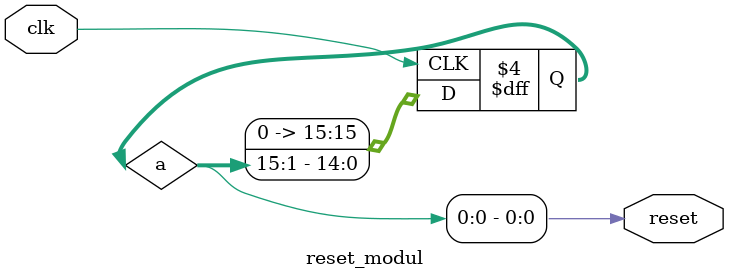
<source format=v>
`timescale 1 ns / 1 ps

module reset_modul ( clk ,reset );

output reset ;
wire reset ;

input clk ;
wire clk ;	

reg [15:0] a=16'b0110000000000000;

always @(posedge clk)	a<=a>>1;
	
	assign reset=a[0];
	

endmodule

</source>
